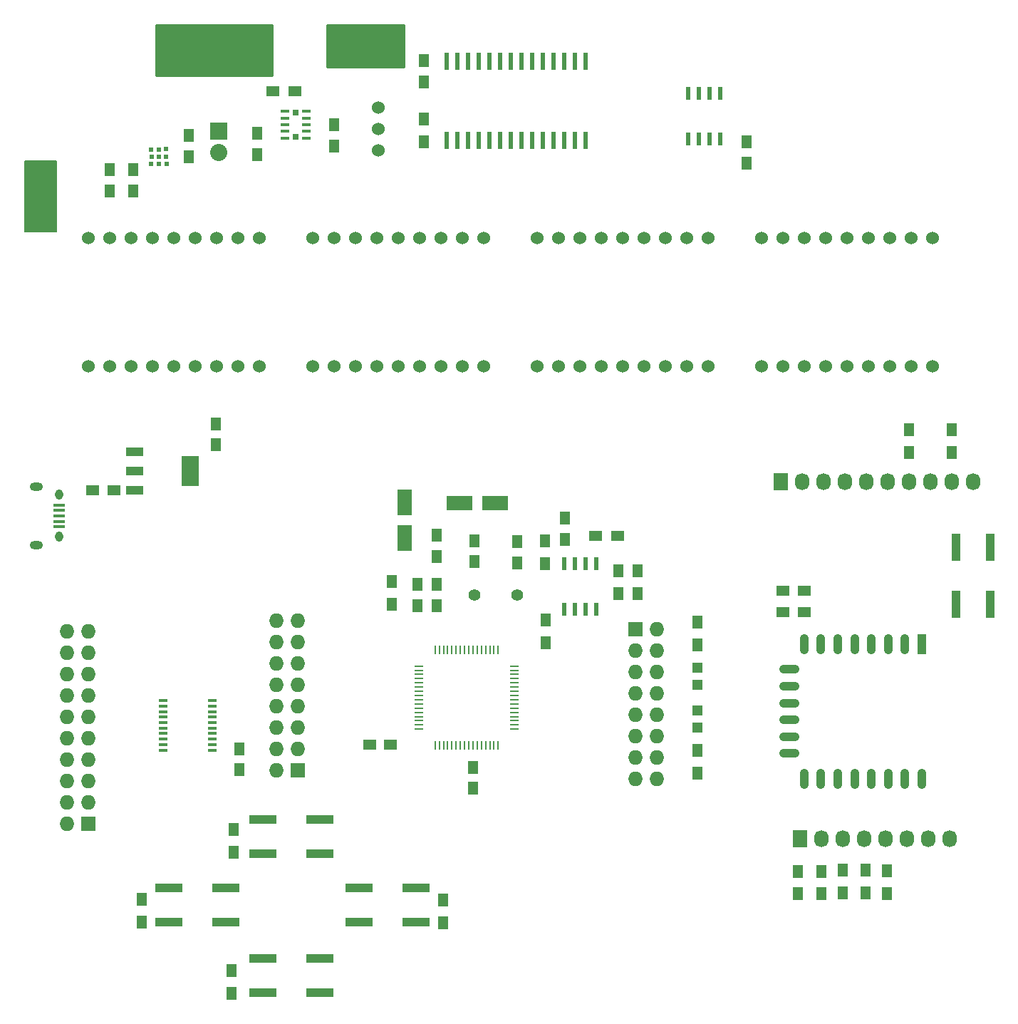
<source format=gts>
G04 #@! TF.FileFunction,Soldermask,Top*
%FSLAX46Y46*%
G04 Gerber Fmt 4.6, Leading zero omitted, Abs format (unit mm)*
G04 Created by KiCad (PCBNEW 4.0.2+dfsg1-2~bpo8+1-stable) date Tue 05 Jul 2016 08:57:00 AM CDT*
%MOMM*%
G01*
G04 APERTURE LIST*
%ADD10C,0.100000*%
%ADD11R,1.727200X1.727200*%
%ADD12O,1.727200X1.727200*%
%ADD13R,0.600000X1.550000*%
%ADD14R,0.250000X1.000000*%
%ADD15R,1.000000X0.250000*%
%ADD16R,1.300000X1.500000*%
%ADD17R,1.250000X1.500000*%
%ADD18R,1.500000X1.250000*%
%ADD19R,1.800860X3.149600*%
%ADD20R,3.149600X1.800860*%
%ADD21R,1.350000X0.400000*%
%ADD22O,0.950000X1.250000*%
%ADD23O,1.550000X1.000000*%
%ADD24R,1.198880X1.198880*%
%ADD25C,1.524000*%
%ADD26R,2.032000X2.032000*%
%ADD27O,2.032000X2.032000*%
%ADD28R,1.500000X1.300000*%
%ADD29R,3.200000X1.000000*%
%ADD30R,1.000000X3.200000*%
%ADD31R,1.000000X0.400000*%
%ADD32O,2.400000X1.100000*%
%ADD33R,1.100000X2.400000*%
%ADD34O,1.100000X2.400000*%
%ADD35C,1.422400*%
%ADD36R,1.727200X2.032000*%
%ADD37O,1.727200X2.032000*%
%ADD38R,0.600000X0.550000*%
%ADD39R,0.500000X0.500000*%
%ADD40R,0.800000X0.800000*%
%ADD41R,0.600000X2.000000*%
%ADD42R,2.032000X3.657600*%
%ADD43R,2.032000X1.016000*%
%ADD44C,0.254000*%
%ADD45C,0.203200*%
G04 APERTURE END LIST*
D10*
D11*
X24130000Y-111506000D03*
D12*
X21590000Y-111506000D03*
X24130000Y-108966000D03*
X21590000Y-108966000D03*
X24130000Y-106426000D03*
X21590000Y-106426000D03*
X24130000Y-103886000D03*
X21590000Y-103886000D03*
X24130000Y-101346000D03*
X21590000Y-101346000D03*
X24130000Y-98806000D03*
X21590000Y-98806000D03*
X24130000Y-96266000D03*
X21590000Y-96266000D03*
X24130000Y-93726000D03*
X21590000Y-93726000D03*
X24130000Y-91186000D03*
X21590000Y-91186000D03*
X24130000Y-88646000D03*
X21590000Y-88646000D03*
D13*
X99187000Y-24762500D03*
X97917000Y-24762500D03*
X96647000Y-24762500D03*
X95377000Y-24762500D03*
X95377000Y-30162500D03*
X96647000Y-30162500D03*
X97917000Y-30162500D03*
X99187000Y-30162500D03*
D14*
X72838000Y-90820000D03*
X72338000Y-90820000D03*
X71838000Y-90820000D03*
X71338000Y-90820000D03*
X70838000Y-90820000D03*
X70338000Y-90820000D03*
X69838000Y-90820000D03*
X69338000Y-90820000D03*
X68838000Y-90820000D03*
X68338000Y-90820000D03*
X67838000Y-90820000D03*
X67338000Y-90820000D03*
X66838000Y-90820000D03*
X66338000Y-90820000D03*
X65838000Y-90820000D03*
X65338000Y-90820000D03*
D15*
X63388000Y-92770000D03*
X63388000Y-93270000D03*
X63388000Y-93770000D03*
X63388000Y-94270000D03*
X63388000Y-94770000D03*
X63388000Y-95270000D03*
X63388000Y-95770000D03*
X63388000Y-96270000D03*
X63388000Y-96770000D03*
X63388000Y-97270000D03*
X63388000Y-97770000D03*
X63388000Y-98270000D03*
X63388000Y-98770000D03*
X63388000Y-99270000D03*
X63388000Y-99770000D03*
X63388000Y-100270000D03*
D14*
X65338000Y-102220000D03*
X65838000Y-102220000D03*
X66338000Y-102220000D03*
X66838000Y-102220000D03*
X67338000Y-102220000D03*
X67838000Y-102220000D03*
X68338000Y-102220000D03*
X68838000Y-102220000D03*
X69338000Y-102220000D03*
X69838000Y-102220000D03*
X70338000Y-102220000D03*
X70838000Y-102220000D03*
X71338000Y-102220000D03*
X71838000Y-102220000D03*
X72338000Y-102220000D03*
X72838000Y-102220000D03*
D15*
X74788000Y-100270000D03*
X74788000Y-99770000D03*
X74788000Y-99270000D03*
X74788000Y-98770000D03*
X74788000Y-98270000D03*
X74788000Y-97770000D03*
X74788000Y-97270000D03*
X74788000Y-96770000D03*
X74788000Y-96270000D03*
X74788000Y-95770000D03*
X74788000Y-95270000D03*
X74788000Y-94770000D03*
X74788000Y-94270000D03*
X74788000Y-93770000D03*
X74788000Y-93270000D03*
X74788000Y-92770000D03*
D16*
X96520000Y-87550000D03*
X96520000Y-90250000D03*
D17*
X64008000Y-23348000D03*
X64008000Y-20848000D03*
X102362000Y-33000000D03*
X102362000Y-30500000D03*
D18*
X106700000Y-86360000D03*
X109200000Y-86360000D03*
X109200000Y-83820000D03*
X106700000Y-83820000D03*
D17*
X36068000Y-32238000D03*
X36068000Y-29738000D03*
X44196000Y-29484000D03*
X44196000Y-31984000D03*
X26670000Y-33802000D03*
X26670000Y-36302000D03*
X29464000Y-33802000D03*
X29464000Y-36302000D03*
X53340000Y-28468000D03*
X53340000Y-30968000D03*
D18*
X24658000Y-71882000D03*
X27158000Y-71882000D03*
D17*
X75057000Y-77998000D03*
X75057000Y-80498000D03*
X39306500Y-63984500D03*
X39306500Y-66484500D03*
X69977000Y-77871000D03*
X69977000Y-80371000D03*
X63246000Y-83078000D03*
X63246000Y-85578000D03*
X65532000Y-83078000D03*
X65532000Y-85578000D03*
D19*
X61722000Y-73312020D03*
X61722000Y-77563980D03*
D20*
X72483980Y-73406000D03*
X68232020Y-73406000D03*
D17*
X65532000Y-77236000D03*
X65532000Y-79736000D03*
X80772000Y-77704000D03*
X80772000Y-75204000D03*
D21*
X20612540Y-73629100D03*
X20612540Y-74279100D03*
X20612540Y-74929100D03*
X20612540Y-75579100D03*
X20612540Y-76229100D03*
D22*
X20612540Y-72429100D03*
X20612540Y-77429100D03*
D23*
X17912540Y-71429100D03*
X17912540Y-78429100D03*
D24*
X96520000Y-98010980D03*
X96520000Y-100109020D03*
X96520000Y-95029020D03*
X96520000Y-92930980D03*
D25*
X26670000Y-57150000D03*
X29210000Y-57150000D03*
X31750000Y-57150000D03*
X34290000Y-57150000D03*
X36830000Y-57150000D03*
X39370000Y-57150000D03*
X41910000Y-57150000D03*
X24130000Y-57150000D03*
X44450000Y-57150000D03*
X24130000Y-41910000D03*
X26670000Y-41910000D03*
X29210000Y-41910000D03*
X31750000Y-41910000D03*
X34290000Y-41910000D03*
X36830000Y-41910000D03*
X39370000Y-41910000D03*
X41910000Y-41910000D03*
X44450000Y-41910000D03*
X53340000Y-57150000D03*
X55880000Y-57150000D03*
X58420000Y-57150000D03*
X60960000Y-57150000D03*
X63500000Y-57150000D03*
X66040000Y-57150000D03*
X68580000Y-57150000D03*
X50800000Y-57150000D03*
X71120000Y-57150000D03*
X50800000Y-41910000D03*
X53340000Y-41910000D03*
X55880000Y-41910000D03*
X58420000Y-41910000D03*
X60960000Y-41910000D03*
X63500000Y-41910000D03*
X66040000Y-41910000D03*
X68580000Y-41910000D03*
X71120000Y-41910000D03*
X80010000Y-57150000D03*
X82550000Y-57150000D03*
X85090000Y-57150000D03*
X87630000Y-57150000D03*
X90170000Y-57150000D03*
X92710000Y-57150000D03*
X95250000Y-57150000D03*
X77470000Y-57150000D03*
X97790000Y-57150000D03*
X77470000Y-41910000D03*
X80010000Y-41910000D03*
X82550000Y-41910000D03*
X85090000Y-41910000D03*
X87630000Y-41910000D03*
X90170000Y-41910000D03*
X92710000Y-41910000D03*
X95250000Y-41910000D03*
X97790000Y-41910000D03*
X106680000Y-57150000D03*
X109220000Y-57150000D03*
X111760000Y-57150000D03*
X114300000Y-57150000D03*
X116840000Y-57150000D03*
X119380000Y-57150000D03*
X121920000Y-57150000D03*
X104140000Y-57150000D03*
X124460000Y-57150000D03*
X104140000Y-41910000D03*
X106680000Y-41910000D03*
X109220000Y-41910000D03*
X111760000Y-41910000D03*
X114300000Y-41910000D03*
X116840000Y-41910000D03*
X119380000Y-41910000D03*
X121920000Y-41910000D03*
X124460000Y-41910000D03*
D26*
X39624000Y-29210000D03*
D27*
X39624000Y-31750000D03*
D11*
X49022000Y-105156000D03*
D12*
X46482000Y-105156000D03*
X49022000Y-102616000D03*
X46482000Y-102616000D03*
X49022000Y-100076000D03*
X46482000Y-100076000D03*
X49022000Y-97536000D03*
X46482000Y-97536000D03*
X49022000Y-94996000D03*
X46482000Y-94996000D03*
X49022000Y-92456000D03*
X46482000Y-92456000D03*
X49022000Y-89916000D03*
X46482000Y-89916000D03*
X49022000Y-87376000D03*
X46482000Y-87376000D03*
D11*
X89154000Y-88392000D03*
D12*
X91694000Y-88392000D03*
X89154000Y-90932000D03*
X91694000Y-90932000D03*
X89154000Y-93472000D03*
X91694000Y-93472000D03*
X89154000Y-96012000D03*
X91694000Y-96012000D03*
X89154000Y-98552000D03*
X91694000Y-98552000D03*
X89154000Y-101092000D03*
X91694000Y-101092000D03*
X89154000Y-103632000D03*
X91694000Y-103632000D03*
X89154000Y-106172000D03*
X91694000Y-106172000D03*
D16*
X41402000Y-112188000D03*
X41402000Y-114888000D03*
X41148000Y-128952000D03*
X41148000Y-131652000D03*
X66294000Y-120570000D03*
X66294000Y-123270000D03*
X118999000Y-119794000D03*
X118999000Y-117094000D03*
X116459000Y-119714000D03*
X116459000Y-117014000D03*
X30480000Y-120490000D03*
X30480000Y-123190000D03*
X126746000Y-64690000D03*
X126746000Y-67390000D03*
X121666000Y-64690000D03*
X121666000Y-67390000D03*
D28*
X46021000Y-24511000D03*
X48721000Y-24511000D03*
D16*
X78486000Y-89996000D03*
X78486000Y-87296000D03*
X60198000Y-85424000D03*
X60198000Y-82724000D03*
X96520000Y-105490000D03*
X96520000Y-102790000D03*
X78359000Y-77898000D03*
X78359000Y-80598000D03*
X87122000Y-81454000D03*
X87122000Y-84154000D03*
D28*
X84375000Y-77343000D03*
X87075000Y-77343000D03*
D16*
X89408000Y-81454000D03*
X89408000Y-84154000D03*
D29*
X51660000Y-111030000D03*
X44860000Y-111030000D03*
X44860000Y-115030000D03*
X51660000Y-115030000D03*
X51660000Y-127540000D03*
X44860000Y-127540000D03*
X44860000Y-131540000D03*
X51660000Y-131540000D03*
X63090000Y-119158000D03*
X56290000Y-119158000D03*
X56290000Y-123158000D03*
X63090000Y-123158000D03*
X40484000Y-119158000D03*
X33684000Y-119158000D03*
X33684000Y-123158000D03*
X40484000Y-123158000D03*
D30*
X131286000Y-85442000D03*
X131286000Y-78642000D03*
X127286000Y-78642000D03*
X127286000Y-85442000D03*
D31*
X38841000Y-102747000D03*
X38841000Y-102097000D03*
X38841000Y-101447000D03*
X38841000Y-100797000D03*
X38841000Y-100147000D03*
X38841000Y-99497000D03*
X38841000Y-98847000D03*
X38841000Y-98197000D03*
X38841000Y-97547000D03*
X38841000Y-96897000D03*
X33041000Y-96897000D03*
X33041000Y-97547000D03*
X33041000Y-98197000D03*
X33041000Y-98847000D03*
X33041000Y-99497000D03*
X33041000Y-100147000D03*
X33041000Y-100797000D03*
X33041000Y-101447000D03*
X33041000Y-102097000D03*
X33041000Y-102747000D03*
D13*
X80645000Y-86012000D03*
X81915000Y-86012000D03*
X83185000Y-86012000D03*
X84455000Y-86012000D03*
X84455000Y-80612000D03*
X83185000Y-80612000D03*
X81915000Y-80612000D03*
X80645000Y-80612000D03*
D32*
X107440000Y-93160000D03*
X107440000Y-95160000D03*
X107440000Y-97160000D03*
X107440000Y-99160000D03*
X107440000Y-101160000D03*
X107440000Y-103160000D03*
D33*
X123190000Y-90170000D03*
D34*
X121190000Y-90170000D03*
X119190000Y-90170000D03*
X117190000Y-90170000D03*
X115190000Y-90170000D03*
X113190000Y-90170000D03*
X111190000Y-90170000D03*
X109190000Y-90170000D03*
X109190000Y-106170000D03*
X111190000Y-106170000D03*
X113190000Y-106170000D03*
X115190000Y-106170000D03*
X117190000Y-106170000D03*
X119190000Y-106170000D03*
X121190000Y-106170000D03*
X123190000Y-106170000D03*
D35*
X69977000Y-84328000D03*
X75057000Y-84328000D03*
D36*
X108712000Y-113284000D03*
D37*
X111252000Y-113284000D03*
X113792000Y-113284000D03*
X116332000Y-113284000D03*
X118872000Y-113284000D03*
X121412000Y-113284000D03*
X123952000Y-113284000D03*
X126492000Y-113284000D03*
D36*
X106426000Y-70866000D03*
D37*
X108966000Y-70866000D03*
X111506000Y-70866000D03*
X114046000Y-70866000D03*
X116586000Y-70866000D03*
X119126000Y-70866000D03*
X121666000Y-70866000D03*
X124206000Y-70866000D03*
X126746000Y-70866000D03*
X129286000Y-70866000D03*
D38*
X31612000Y-31388000D03*
X33382000Y-31358000D03*
X33412000Y-33128000D03*
X31612000Y-33128000D03*
D39*
X32512000Y-31408000D03*
X32512000Y-32258000D03*
X32512000Y-33108000D03*
X33362000Y-32258000D03*
X31662000Y-32258000D03*
D31*
X50068000Y-30048000D03*
X50068000Y-29248000D03*
X50068000Y-28448000D03*
X50068000Y-27648000D03*
X50068000Y-26848000D03*
X47468000Y-30048000D03*
X47468000Y-29248000D03*
X47468000Y-28448000D03*
X47468000Y-27648000D03*
X47468000Y-26848000D03*
D40*
X48768000Y-29848000D03*
X48768000Y-27048000D03*
D17*
X69850000Y-107295000D03*
X69850000Y-104795000D03*
D18*
X57551000Y-102108000D03*
X60051000Y-102108000D03*
D25*
X58547000Y-31496000D03*
X58547000Y-28956000D03*
X58547000Y-26416000D03*
D41*
X66675000Y-30354000D03*
X67945000Y-30354000D03*
X69215000Y-30354000D03*
X70485000Y-30354000D03*
X71755000Y-30354000D03*
X73025000Y-30354000D03*
X74295000Y-30354000D03*
X75565000Y-30354000D03*
X76835000Y-30354000D03*
X78105000Y-30354000D03*
X79375000Y-30354000D03*
X80645000Y-30354000D03*
X81915000Y-30354000D03*
X83185000Y-30354000D03*
X83185000Y-20954000D03*
X81915000Y-20954000D03*
X80645000Y-20954000D03*
X79375000Y-20954000D03*
X78105000Y-20954000D03*
X76835000Y-20954000D03*
X75565000Y-20954000D03*
X74295000Y-20954000D03*
X73025000Y-20954000D03*
X71755000Y-20954000D03*
X70485000Y-20954000D03*
X69215000Y-20954000D03*
X67945000Y-20954000D03*
X66675000Y-20954000D03*
D17*
X42037000Y-105116000D03*
X42037000Y-102616000D03*
D42*
X36195000Y-69596000D03*
D43*
X29591000Y-69596000D03*
X29591000Y-71882000D03*
X29591000Y-67310000D03*
D16*
X113792000Y-119714000D03*
X113792000Y-117014000D03*
X111252000Y-119841000D03*
X111252000Y-117141000D03*
X108458000Y-117141000D03*
X108458000Y-119841000D03*
X64008000Y-30480000D03*
X64008000Y-27780000D03*
D44*
G36*
X61595000Y-21590000D02*
X52451000Y-21590000D01*
X52451000Y-16637000D01*
X61595000Y-16637000D01*
X61595000Y-21590000D01*
X61595000Y-21590000D01*
G37*
X61595000Y-21590000D02*
X52451000Y-21590000D01*
X52451000Y-16637000D01*
X61595000Y-16637000D01*
X61595000Y-21590000D01*
G36*
X45974000Y-22606000D02*
X32131000Y-22606000D01*
X32131000Y-16637000D01*
X45974000Y-16637000D01*
X45974000Y-22606000D01*
X45974000Y-22606000D01*
G37*
X45974000Y-22606000D02*
X32131000Y-22606000D01*
X32131000Y-16637000D01*
X45974000Y-16637000D01*
X45974000Y-22606000D01*
D45*
G36*
X20345400Y-41173400D02*
X16611600Y-41173400D01*
X16611600Y-32740600D01*
X20345400Y-32740600D01*
X20345400Y-41173400D01*
X20345400Y-41173400D01*
G37*
X20345400Y-41173400D02*
X16611600Y-41173400D01*
X16611600Y-32740600D01*
X20345400Y-32740600D01*
X20345400Y-41173400D01*
M02*

</source>
